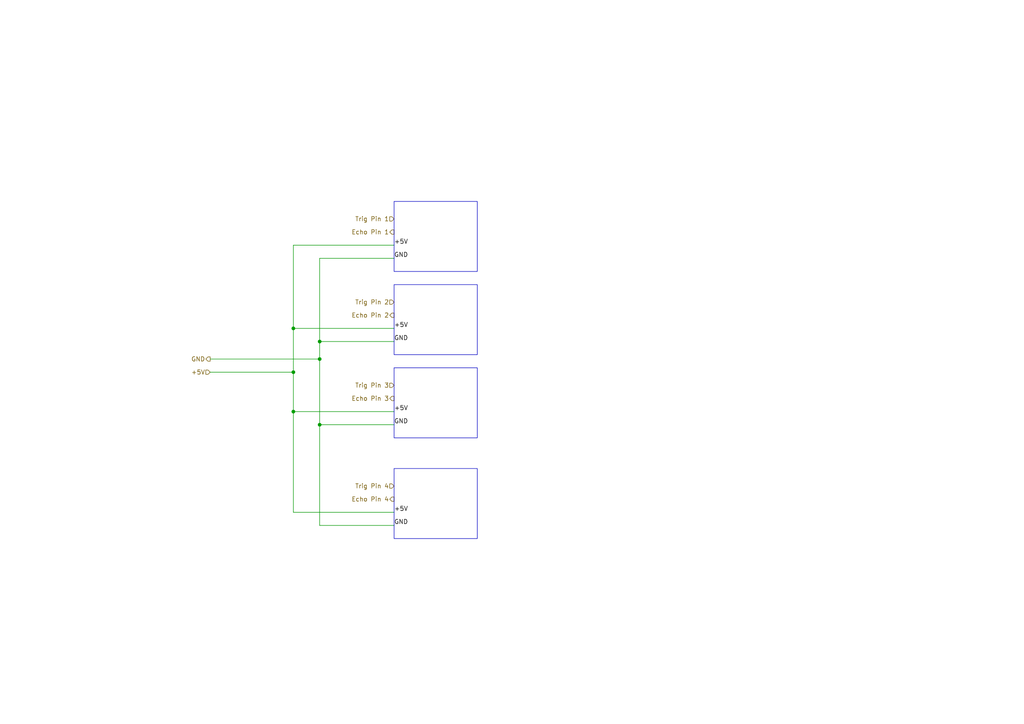
<source format=kicad_sch>
(kicad_sch
	(version 20231120)
	(generator "eeschema")
	(generator_version "8.0")
	(uuid "3af04957-7105-44df-b35a-42408336f412")
	(paper "A4")
	(lib_symbols)
	(junction
		(at 92.71 99.06)
		(diameter 0)
		(color 0 0 0 0)
		(uuid "4473fe0f-ff7b-42f4-8cf7-67384f8a88e8")
	)
	(junction
		(at 85.09 119.38)
		(diameter 0)
		(color 0 0 0 0)
		(uuid "517b20c1-0eed-457a-8c8b-13a81145bb96")
	)
	(junction
		(at 92.71 123.19)
		(diameter 0)
		(color 0 0 0 0)
		(uuid "6211e972-983e-45bf-96b2-948a42507b58")
	)
	(junction
		(at 85.09 107.95)
		(diameter 0)
		(color 0 0 0 0)
		(uuid "7a844453-9b70-4040-9896-61944c80f511")
	)
	(junction
		(at 92.71 104.14)
		(diameter 0)
		(color 0 0 0 0)
		(uuid "b15ffc19-f41d-4da2-955d-aed59e31ec39")
	)
	(junction
		(at 85.09 95.25)
		(diameter 0)
		(color 0 0 0 0)
		(uuid "bd078d7b-a8d6-4534-8121-e3239b3d4906")
	)
	(wire
		(pts
			(xy 92.71 99.06) (xy 92.71 74.93)
		)
		(stroke
			(width 0)
			(type default)
		)
		(uuid "1be38146-e80b-4283-899d-b164eaaa9033")
	)
	(wire
		(pts
			(xy 92.71 99.06) (xy 114.3 99.06)
		)
		(stroke
			(width 0)
			(type default)
		)
		(uuid "28b96d02-2b8c-41f2-8096-e8c6689aeb47")
	)
	(wire
		(pts
			(xy 92.71 152.4) (xy 92.71 123.19)
		)
		(stroke
			(width 0)
			(type default)
		)
		(uuid "360a72aa-a036-4784-ab24-835419c81bdb")
	)
	(wire
		(pts
			(xy 114.3 148.59) (xy 85.09 148.59)
		)
		(stroke
			(width 0)
			(type default)
		)
		(uuid "6399c570-bb1a-4b5f-9717-3b93036fbf47")
	)
	(wire
		(pts
			(xy 85.09 71.12) (xy 114.3 71.12)
		)
		(stroke
			(width 0)
			(type default)
		)
		(uuid "6db044a7-bb43-4363-81d0-0eaab86868c1")
	)
	(wire
		(pts
			(xy 85.09 119.38) (xy 85.09 107.95)
		)
		(stroke
			(width 0)
			(type default)
		)
		(uuid "706188f1-29d9-4b1f-b110-9366f4ea97da")
	)
	(wire
		(pts
			(xy 114.3 152.4) (xy 92.71 152.4)
		)
		(stroke
			(width 0)
			(type default)
		)
		(uuid "75d46a2c-d3d2-4206-8ebe-bcd433d56332")
	)
	(wire
		(pts
			(xy 114.3 119.38) (xy 85.09 119.38)
		)
		(stroke
			(width 0)
			(type default)
		)
		(uuid "797bce93-f92b-4981-b632-559d6e40e38c")
	)
	(wire
		(pts
			(xy 85.09 95.25) (xy 85.09 71.12)
		)
		(stroke
			(width 0)
			(type default)
		)
		(uuid "84b14e01-70eb-497e-8fc2-634fa1fb6063")
	)
	(wire
		(pts
			(xy 60.96 107.95) (xy 85.09 107.95)
		)
		(stroke
			(width 0)
			(type default)
		)
		(uuid "9a2e330a-f7b2-4bb3-8d9e-cb9dd02aace0")
	)
	(wire
		(pts
			(xy 60.96 104.14) (xy 92.71 104.14)
		)
		(stroke
			(width 0)
			(type default)
		)
		(uuid "9bcbac31-9f6c-423d-aab9-852f2d537890")
	)
	(wire
		(pts
			(xy 85.09 148.59) (xy 85.09 119.38)
		)
		(stroke
			(width 0)
			(type default)
		)
		(uuid "a2e532ec-2446-4211-9fa7-dd9849982fca")
	)
	(wire
		(pts
			(xy 85.09 95.25) (xy 114.3 95.25)
		)
		(stroke
			(width 0)
			(type default)
		)
		(uuid "d32d1d91-0c48-45f0-9712-f3af8865e3e5")
	)
	(wire
		(pts
			(xy 85.09 107.95) (xy 85.09 95.25)
		)
		(stroke
			(width 0)
			(type default)
		)
		(uuid "dd04784b-c607-48be-bcac-0a0e267de29a")
	)
	(wire
		(pts
			(xy 92.71 74.93) (xy 114.3 74.93)
		)
		(stroke
			(width 0)
			(type default)
		)
		(uuid "f48cd483-de20-4787-8ba8-18cf08670c1c")
	)
	(wire
		(pts
			(xy 114.3 123.19) (xy 92.71 123.19)
		)
		(stroke
			(width 0)
			(type default)
		)
		(uuid "f5fcaefa-9747-4d3d-883c-f2f46dd6e230")
	)
	(wire
		(pts
			(xy 92.71 104.14) (xy 92.71 99.06)
		)
		(stroke
			(width 0)
			(type default)
		)
		(uuid "f81db86c-1741-4ba1-a0c1-249718e9c68c")
	)
	(wire
		(pts
			(xy 92.71 123.19) (xy 92.71 104.14)
		)
		(stroke
			(width 0)
			(type default)
		)
		(uuid "ffeabb0c-adf1-40a1-8555-179fdf92d721")
	)
	(rectangle
		(start 114.3 135.89)
		(end 138.43 156.21)
		(stroke
			(width 0)
			(type default)
		)
		(fill
			(type none)
		)
		(uuid 7e2381b8-9c81-42d3-ae8b-a0642c67a1e4)
	)
	(rectangle
		(start 114.3 106.68)
		(end 138.43 127)
		(stroke
			(width 0)
			(type default)
		)
		(fill
			(type none)
		)
		(uuid 83ed27bf-10b9-4c30-84dc-fe416f934254)
	)
	(rectangle
		(start 114.3 58.42)
		(end 138.43 78.74)
		(stroke
			(width 0)
			(type default)
		)
		(fill
			(type none)
		)
		(uuid b6e85d8c-feb9-445f-b045-effa9827a914)
	)
	(rectangle
		(start 114.3 82.55)
		(end 138.43 102.87)
		(stroke
			(width 0)
			(type default)
		)
		(fill
			(type none)
		)
		(uuid e71518d7-1b79-42ca-a495-c67f3a954745)
	)
	(label "+5V"
		(at 114.3 71.12 0)
		(fields_autoplaced yes)
		(effects
			(font
				(size 1.27 1.27)
			)
			(justify left bottom)
		)
		(uuid "2ad39fbc-d2c2-41d0-b0ba-1fc4b4908422")
	)
	(label "GND"
		(at 114.3 74.93 0)
		(fields_autoplaced yes)
		(effects
			(font
				(size 1.27 1.27)
			)
			(justify left bottom)
		)
		(uuid "383ea2c1-58c5-43df-9c1f-ccdb27d1afbc")
	)
	(label "GND"
		(at 114.3 123.19 0)
		(fields_autoplaced yes)
		(effects
			(font
				(size 1.27 1.27)
			)
			(justify left bottom)
		)
		(uuid "500a2df6-69eb-4058-8a5d-f3919476e19b")
	)
	(label "GND"
		(at 114.3 152.4 0)
		(fields_autoplaced yes)
		(effects
			(font
				(size 1.27 1.27)
			)
			(justify left bottom)
		)
		(uuid "5477ef52-8fb3-4030-82a9-67f7f05d4fe7")
	)
	(label "+5V"
		(at 114.3 95.25 0)
		(fields_autoplaced yes)
		(effects
			(font
				(size 1.27 1.27)
			)
			(justify left bottom)
		)
		(uuid "a50cb5c8-0005-4333-bda1-33f8c9ac168f")
	)
	(label "+5V"
		(at 114.3 119.38 0)
		(fields_autoplaced yes)
		(effects
			(font
				(size 1.27 1.27)
			)
			(justify left bottom)
		)
		(uuid "ba14b120-0aa0-4619-b549-80b86199df7f")
	)
	(label "GND"
		(at 114.3 99.06 0)
		(fields_autoplaced yes)
		(effects
			(font
				(size 1.27 1.27)
			)
			(justify left bottom)
		)
		(uuid "c04d7b59-8b3d-402d-829c-dd1ffe00b2ff")
	)
	(label "+5V"
		(at 114.3 148.59 0)
		(fields_autoplaced yes)
		(effects
			(font
				(size 1.27 1.27)
			)
			(justify left bottom)
		)
		(uuid "f1a2bae0-8acc-461e-a0c7-5e637e3fb96c")
	)
	(hierarchical_label "Trig Pin 1"
		(shape input)
		(at 114.3 63.5 180)
		(fields_autoplaced yes)
		(effects
			(font
				(size 1.27 1.27)
			)
			(justify right)
		)
		(uuid "10e5f127-ac6c-44a5-8c0f-3813b816506e")
	)
	(hierarchical_label "Trig Pin 3"
		(shape input)
		(at 114.3 111.76 180)
		(fields_autoplaced yes)
		(effects
			(font
				(size 1.27 1.27)
			)
			(justify right)
		)
		(uuid "12817705-da5e-497f-8bf0-213bf4c21a0f")
	)
	(hierarchical_label "Trig Pin 4"
		(shape input)
		(at 114.3 140.97 180)
		(fields_autoplaced yes)
		(effects
			(font
				(size 1.27 1.27)
			)
			(justify right)
		)
		(uuid "13635ed7-9789-466a-a7ae-5e52e19717d6")
	)
	(hierarchical_label "Echo Pin 3"
		(shape output)
		(at 114.3 115.57 180)
		(fields_autoplaced yes)
		(effects
			(font
				(size 1.27 1.27)
			)
			(justify right)
		)
		(uuid "4bde588d-3e3b-4a8f-b196-4c9847404655")
	)
	(hierarchical_label "Echo Pin 4"
		(shape output)
		(at 114.3 144.78 180)
		(fields_autoplaced yes)
		(effects
			(font
				(size 1.27 1.27)
			)
			(justify right)
		)
		(uuid "8dbebf71-26dd-4c17-a405-c52ad39e9430")
	)
	(hierarchical_label "+5V"
		(shape input)
		(at 60.96 107.95 180)
		(fields_autoplaced yes)
		(effects
			(font
				(size 1.27 1.27)
			)
			(justify right)
		)
		(uuid "bac074e1-7673-4d0b-9fa9-10c1005d2b56")
	)
	(hierarchical_label "GND"
		(shape output)
		(at 60.96 104.14 180)
		(fields_autoplaced yes)
		(effects
			(font
				(size 1.27 1.27)
			)
			(justify right)
		)
		(uuid "d575e712-4bbd-43c3-b709-96e805f14708")
	)
	(hierarchical_label "Echo Pin 2"
		(shape output)
		(at 114.3 91.44 180)
		(fields_autoplaced yes)
		(effects
			(font
				(size 1.27 1.27)
			)
			(justify right)
		)
		(uuid "ead4932b-cd60-47fa-bd99-f99e9845d943")
	)
	(hierarchical_label "Echo Pin 1"
		(shape output)
		(at 114.3 67.31 180)
		(fields_autoplaced yes)
		(effects
			(font
				(size 1.27 1.27)
			)
			(justify right)
		)
		(uuid "fde5b21a-8643-4a24-9a4c-b4322b3e3ab3")
	)
	(hierarchical_label "Trig Pin 2"
		(shape input)
		(at 114.3 87.63 180)
		(fields_autoplaced yes)
		(effects
			(font
				(size 1.27 1.27)
			)
			(justify right)
		)
		(uuid "fedc02a0-c3bb-4bf3-bab9-900d2821aaea")
	)
)

</source>
